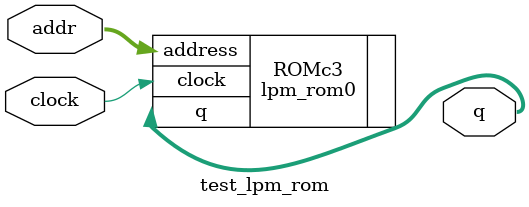
<source format=v>
module test_lpm_rom (
	input [8:0] addr,
	input clock,
	output [15:0] q);
	
	lpm_rom0 ROMc3 (
		.address (addr),
		.clock (clock),
		.q (q));
		defparam ROMc3.lpm_file="sinc3.mif";

endmodule

</source>
